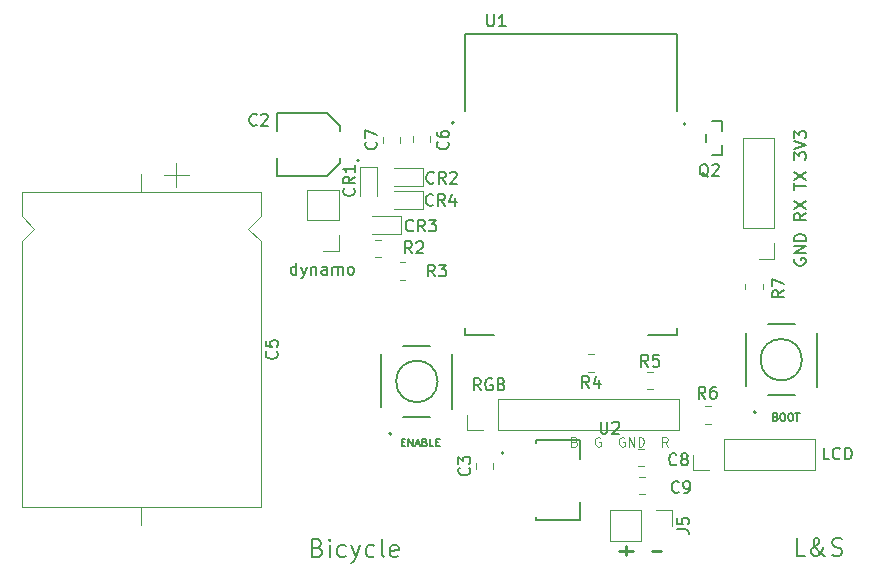
<source format=gto>
G04 #@! TF.GenerationSoftware,KiCad,Pcbnew,(6.0.4)*
G04 #@! TF.CreationDate,2022-04-15T12:37:11+02:00*
G04 #@! TF.ProjectId,standaard,7374616e-6461-4617-9264-2e6b69636164,rev?*
G04 #@! TF.SameCoordinates,Original*
G04 #@! TF.FileFunction,Legend,Top*
G04 #@! TF.FilePolarity,Positive*
%FSLAX46Y46*%
G04 Gerber Fmt 4.6, Leading zero omitted, Abs format (unit mm)*
G04 Created by KiCad (PCBNEW (6.0.4)) date 2022-04-15 12:37:11*
%MOMM*%
%LPD*%
G01*
G04 APERTURE LIST*
%ADD10C,0.200000*%
%ADD11C,0.150000*%
%ADD12C,0.100000*%
%ADD13C,0.250000*%
%ADD14C,0.120000*%
%ADD15C,0.127000*%
G04 APERTURE END LIST*
D10*
X196030428Y-66959371D02*
X195316142Y-66959371D01*
X195316142Y-65459371D01*
X197744714Y-66959371D02*
X197673285Y-66959371D01*
X197530428Y-66887942D01*
X197316142Y-66673657D01*
X196959000Y-66245085D01*
X196816142Y-66030800D01*
X196744714Y-65816514D01*
X196744714Y-65673657D01*
X196816142Y-65530800D01*
X196959000Y-65459371D01*
X197030428Y-65459371D01*
X197173285Y-65530800D01*
X197244714Y-65673657D01*
X197244714Y-65745085D01*
X197173285Y-65887942D01*
X197101857Y-65959371D01*
X196673285Y-66245085D01*
X196601857Y-66316514D01*
X196530428Y-66459371D01*
X196530428Y-66673657D01*
X196601857Y-66816514D01*
X196673285Y-66887942D01*
X196816142Y-66959371D01*
X197030428Y-66959371D01*
X197173285Y-66887942D01*
X197244714Y-66816514D01*
X197459000Y-66530800D01*
X197530428Y-66316514D01*
X197530428Y-66173657D01*
X198316142Y-66887942D02*
X198530428Y-66959371D01*
X198887571Y-66959371D01*
X199030428Y-66887942D01*
X199101857Y-66816514D01*
X199173285Y-66673657D01*
X199173285Y-66530800D01*
X199101857Y-66387942D01*
X199030428Y-66316514D01*
X198887571Y-66245085D01*
X198601857Y-66173657D01*
X198459000Y-66102228D01*
X198387571Y-66030800D01*
X198316142Y-65887942D01*
X198316142Y-65745085D01*
X198387571Y-65602228D01*
X198459000Y-65530800D01*
X198601857Y-65459371D01*
X198959000Y-65459371D01*
X199173285Y-65530800D01*
D11*
X195159000Y-41799847D02*
X195111380Y-41895085D01*
X195111380Y-42037942D01*
X195159000Y-42180800D01*
X195254238Y-42276038D01*
X195349476Y-42323657D01*
X195539952Y-42371276D01*
X195682809Y-42371276D01*
X195873285Y-42323657D01*
X195968523Y-42276038D01*
X196063761Y-42180800D01*
X196111380Y-42037942D01*
X196111380Y-41942704D01*
X196063761Y-41799847D01*
X196016142Y-41752228D01*
X195682809Y-41752228D01*
X195682809Y-41942704D01*
X196111380Y-41323657D02*
X195111380Y-41323657D01*
X196111380Y-40752228D01*
X195111380Y-40752228D01*
X196111380Y-40276038D02*
X195111380Y-40276038D01*
X195111380Y-40037942D01*
X195159000Y-39895085D01*
X195254238Y-39799847D01*
X195349476Y-39752228D01*
X195539952Y-39704609D01*
X195682809Y-39704609D01*
X195873285Y-39752228D01*
X195968523Y-39799847D01*
X196063761Y-39895085D01*
X196111380Y-40037942D01*
X196111380Y-40276038D01*
X196111380Y-37942704D02*
X195635190Y-38276038D01*
X196111380Y-38514133D02*
X195111380Y-38514133D01*
X195111380Y-38133180D01*
X195159000Y-38037942D01*
X195206619Y-37990323D01*
X195301857Y-37942704D01*
X195444714Y-37942704D01*
X195539952Y-37990323D01*
X195587571Y-38037942D01*
X195635190Y-38133180D01*
X195635190Y-38514133D01*
X195111380Y-37609371D02*
X196111380Y-36942704D01*
X195111380Y-36942704D02*
X196111380Y-37609371D01*
X195111380Y-35942704D02*
X195111380Y-35371276D01*
X196111380Y-35656990D02*
X195111380Y-35656990D01*
X195111380Y-35133180D02*
X196111380Y-34466514D01*
X195111380Y-34466514D02*
X196111380Y-35133180D01*
X195111380Y-33418895D02*
X195111380Y-32799847D01*
X195492333Y-33133180D01*
X195492333Y-32990323D01*
X195539952Y-32895085D01*
X195587571Y-32847466D01*
X195682809Y-32799847D01*
X195920904Y-32799847D01*
X196016142Y-32847466D01*
X196063761Y-32895085D01*
X196111380Y-32990323D01*
X196111380Y-33276038D01*
X196063761Y-33371276D01*
X196016142Y-33418895D01*
X195111380Y-32514133D02*
X196111380Y-32180800D01*
X195111380Y-31847466D01*
X195111380Y-31609371D02*
X195111380Y-30990323D01*
X195492333Y-31323657D01*
X195492333Y-31180800D01*
X195539952Y-31085561D01*
X195587571Y-31037942D01*
X195682809Y-30990323D01*
X195920904Y-30990323D01*
X196016142Y-31037942D01*
X196063761Y-31085561D01*
X196111380Y-31180800D01*
X196111380Y-31466514D01*
X196063761Y-31561752D01*
X196016142Y-31609371D01*
D12*
X176518523Y-57273657D02*
X176632809Y-57311752D01*
X176670904Y-57349847D01*
X176709000Y-57426038D01*
X176709000Y-57540323D01*
X176670904Y-57616514D01*
X176632809Y-57654609D01*
X176556619Y-57692704D01*
X176251857Y-57692704D01*
X176251857Y-56892704D01*
X176518523Y-56892704D01*
X176594714Y-56930800D01*
X176632809Y-56968895D01*
X176670904Y-57045085D01*
X176670904Y-57121276D01*
X176632809Y-57197466D01*
X176594714Y-57235561D01*
X176518523Y-57273657D01*
X176251857Y-57273657D01*
X178689952Y-56930800D02*
X178613761Y-56892704D01*
X178499476Y-56892704D01*
X178385190Y-56930800D01*
X178309000Y-57006990D01*
X178270904Y-57083180D01*
X178232809Y-57235561D01*
X178232809Y-57349847D01*
X178270904Y-57502228D01*
X178309000Y-57578419D01*
X178385190Y-57654609D01*
X178499476Y-57692704D01*
X178575666Y-57692704D01*
X178689952Y-57654609D01*
X178728047Y-57616514D01*
X178728047Y-57349847D01*
X178575666Y-57349847D01*
X180709000Y-56930800D02*
X180632809Y-56892704D01*
X180518523Y-56892704D01*
X180404238Y-56930800D01*
X180328047Y-57006990D01*
X180289952Y-57083180D01*
X180251857Y-57235561D01*
X180251857Y-57349847D01*
X180289952Y-57502228D01*
X180328047Y-57578419D01*
X180404238Y-57654609D01*
X180518523Y-57692704D01*
X180594714Y-57692704D01*
X180709000Y-57654609D01*
X180747095Y-57616514D01*
X180747095Y-57349847D01*
X180594714Y-57349847D01*
X181089952Y-57692704D02*
X181089952Y-56892704D01*
X181547095Y-57692704D01*
X181547095Y-56892704D01*
X181928047Y-57692704D02*
X181928047Y-56892704D01*
X182118523Y-56892704D01*
X182232809Y-56930800D01*
X182309000Y-57006990D01*
X182347095Y-57083180D01*
X182385190Y-57235561D01*
X182385190Y-57349847D01*
X182347095Y-57502228D01*
X182309000Y-57578419D01*
X182232809Y-57654609D01*
X182118523Y-57692704D01*
X181928047Y-57692704D01*
X184404238Y-57692704D02*
X184137571Y-57311752D01*
X183947095Y-57692704D02*
X183947095Y-56892704D01*
X184251857Y-56892704D01*
X184328047Y-56930800D01*
X184366142Y-56968895D01*
X184404238Y-57045085D01*
X184404238Y-57159371D01*
X184366142Y-57235561D01*
X184328047Y-57273657D01*
X184251857Y-57311752D01*
X183947095Y-57311752D01*
D13*
X180866142Y-66911752D02*
X180866142Y-66149847D01*
X181437571Y-66530800D02*
X180294714Y-66530800D01*
X183839952Y-66509371D02*
X183078047Y-66509371D01*
D11*
X152968523Y-43133180D02*
X152968523Y-42133180D01*
X152968523Y-43085561D02*
X152873285Y-43133180D01*
X152682809Y-43133180D01*
X152587571Y-43085561D01*
X152539952Y-43037942D01*
X152492333Y-42942704D01*
X152492333Y-42656990D01*
X152539952Y-42561752D01*
X152587571Y-42514133D01*
X152682809Y-42466514D01*
X152873285Y-42466514D01*
X152968523Y-42514133D01*
X153349476Y-42466514D02*
X153587571Y-43133180D01*
X153825666Y-42466514D02*
X153587571Y-43133180D01*
X153492333Y-43371276D01*
X153444714Y-43418895D01*
X153349476Y-43466514D01*
X154206619Y-42466514D02*
X154206619Y-43133180D01*
X154206619Y-42561752D02*
X154254238Y-42514133D01*
X154349476Y-42466514D01*
X154492333Y-42466514D01*
X154587571Y-42514133D01*
X154635190Y-42609371D01*
X154635190Y-43133180D01*
X155539952Y-43133180D02*
X155539952Y-42609371D01*
X155492333Y-42514133D01*
X155397095Y-42466514D01*
X155206619Y-42466514D01*
X155111380Y-42514133D01*
X155539952Y-43085561D02*
X155444714Y-43133180D01*
X155206619Y-43133180D01*
X155111380Y-43085561D01*
X155063761Y-42990323D01*
X155063761Y-42895085D01*
X155111380Y-42799847D01*
X155206619Y-42752228D01*
X155444714Y-42752228D01*
X155539952Y-42704609D01*
X156016142Y-43133180D02*
X156016142Y-42466514D01*
X156016142Y-42561752D02*
X156063761Y-42514133D01*
X156159000Y-42466514D01*
X156301857Y-42466514D01*
X156397095Y-42514133D01*
X156444714Y-42609371D01*
X156444714Y-43133180D01*
X156444714Y-42609371D02*
X156492333Y-42514133D01*
X156587571Y-42466514D01*
X156730428Y-42466514D01*
X156825666Y-42514133D01*
X156873285Y-42609371D01*
X156873285Y-43133180D01*
X157492333Y-43133180D02*
X157397095Y-43085561D01*
X157349476Y-43037942D01*
X157301857Y-42942704D01*
X157301857Y-42656990D01*
X157349476Y-42561752D01*
X157397095Y-42514133D01*
X157492333Y-42466514D01*
X157635190Y-42466514D01*
X157730428Y-42514133D01*
X157778047Y-42561752D01*
X157825666Y-42656990D01*
X157825666Y-42942704D01*
X157778047Y-43037942D01*
X157730428Y-43085561D01*
X157635190Y-43133180D01*
X157492333Y-43133180D01*
D10*
X154766142Y-66273657D02*
X154980428Y-66345085D01*
X155051857Y-66416514D01*
X155123285Y-66559371D01*
X155123285Y-66773657D01*
X155051857Y-66916514D01*
X154980428Y-66987942D01*
X154837571Y-67059371D01*
X154266142Y-67059371D01*
X154266142Y-65559371D01*
X154766142Y-65559371D01*
X154909000Y-65630800D01*
X154980428Y-65702228D01*
X155051857Y-65845085D01*
X155051857Y-65987942D01*
X154980428Y-66130800D01*
X154909000Y-66202228D01*
X154766142Y-66273657D01*
X154266142Y-66273657D01*
X155766142Y-67059371D02*
X155766142Y-66059371D01*
X155766142Y-65559371D02*
X155694714Y-65630800D01*
X155766142Y-65702228D01*
X155837571Y-65630800D01*
X155766142Y-65559371D01*
X155766142Y-65702228D01*
X157123285Y-66987942D02*
X156980428Y-67059371D01*
X156694714Y-67059371D01*
X156551857Y-66987942D01*
X156480428Y-66916514D01*
X156409000Y-66773657D01*
X156409000Y-66345085D01*
X156480428Y-66202228D01*
X156551857Y-66130800D01*
X156694714Y-66059371D01*
X156980428Y-66059371D01*
X157123285Y-66130800D01*
X157623285Y-66059371D02*
X157980428Y-67059371D01*
X158337571Y-66059371D02*
X157980428Y-67059371D01*
X157837571Y-67416514D01*
X157766142Y-67487942D01*
X157623285Y-67559371D01*
X159551857Y-66987942D02*
X159409000Y-67059371D01*
X159123285Y-67059371D01*
X158980428Y-66987942D01*
X158909000Y-66916514D01*
X158837571Y-66773657D01*
X158837571Y-66345085D01*
X158909000Y-66202228D01*
X158980428Y-66130800D01*
X159123285Y-66059371D01*
X159409000Y-66059371D01*
X159551857Y-66130800D01*
X160409000Y-67059371D02*
X160266142Y-66987942D01*
X160194714Y-66845085D01*
X160194714Y-65559371D01*
X161551857Y-66987942D02*
X161409000Y-67059371D01*
X161123285Y-67059371D01*
X160980428Y-66987942D01*
X160909000Y-66845085D01*
X160909000Y-66273657D01*
X160980428Y-66130800D01*
X161123285Y-66059371D01*
X161409000Y-66059371D01*
X161551857Y-66130800D01*
X161623285Y-66273657D01*
X161623285Y-66416514D01*
X160909000Y-66559371D01*
D11*
X185191380Y-64714133D02*
X185905666Y-64714133D01*
X186048523Y-64761752D01*
X186143761Y-64856990D01*
X186191380Y-64999847D01*
X186191380Y-65095085D01*
X185191380Y-63761752D02*
X185191380Y-64237942D01*
X185667571Y-64285561D01*
X185619952Y-64237942D01*
X185572333Y-64142704D01*
X185572333Y-63904609D01*
X185619952Y-63809371D01*
X185667571Y-63761752D01*
X185762809Y-63714133D01*
X186000904Y-63714133D01*
X186096142Y-63761752D01*
X186143761Y-63809371D01*
X186191380Y-63904609D01*
X186191380Y-64142704D01*
X186143761Y-64237942D01*
X186096142Y-64285561D01*
X151286142Y-49647466D02*
X151333761Y-49695085D01*
X151381380Y-49837942D01*
X151381380Y-49933180D01*
X151333761Y-50076038D01*
X151238523Y-50171276D01*
X151143285Y-50218895D01*
X150952809Y-50266514D01*
X150809952Y-50266514D01*
X150619476Y-50218895D01*
X150524238Y-50171276D01*
X150429000Y-50076038D01*
X150381380Y-49933180D01*
X150381380Y-49837942D01*
X150429000Y-49695085D01*
X150476619Y-49647466D01*
X150381380Y-48742704D02*
X150381380Y-49218895D01*
X150857571Y-49266514D01*
X150809952Y-49218895D01*
X150762333Y-49123657D01*
X150762333Y-48885561D01*
X150809952Y-48790323D01*
X150857571Y-48742704D01*
X150952809Y-48695085D01*
X151190904Y-48695085D01*
X151286142Y-48742704D01*
X151333761Y-48790323D01*
X151381380Y-48885561D01*
X151381380Y-49123657D01*
X151333761Y-49218895D01*
X151286142Y-49266514D01*
X168568523Y-52933180D02*
X168235190Y-52456990D01*
X167997095Y-52933180D02*
X167997095Y-51933180D01*
X168378047Y-51933180D01*
X168473285Y-51980800D01*
X168520904Y-52028419D01*
X168568523Y-52123657D01*
X168568523Y-52266514D01*
X168520904Y-52361752D01*
X168473285Y-52409371D01*
X168378047Y-52456990D01*
X167997095Y-52456990D01*
X169520904Y-51980800D02*
X169425666Y-51933180D01*
X169282809Y-51933180D01*
X169139952Y-51980800D01*
X169044714Y-52076038D01*
X168997095Y-52171276D01*
X168949476Y-52361752D01*
X168949476Y-52504609D01*
X168997095Y-52695085D01*
X169044714Y-52790323D01*
X169139952Y-52885561D01*
X169282809Y-52933180D01*
X169378047Y-52933180D01*
X169520904Y-52885561D01*
X169568523Y-52837942D01*
X169568523Y-52504609D01*
X169378047Y-52504609D01*
X170330428Y-52409371D02*
X170473285Y-52456990D01*
X170520904Y-52504609D01*
X170568523Y-52599847D01*
X170568523Y-52742704D01*
X170520904Y-52837942D01*
X170473285Y-52885561D01*
X170378047Y-52933180D01*
X169997095Y-52933180D01*
X169997095Y-51933180D01*
X170330428Y-51933180D01*
X170425666Y-51980800D01*
X170473285Y-52028419D01*
X170520904Y-52123657D01*
X170520904Y-52218895D01*
X170473285Y-52314133D01*
X170425666Y-52361752D01*
X170330428Y-52409371D01*
X169997095Y-52409371D01*
X185342333Y-61537942D02*
X185294714Y-61585561D01*
X185151857Y-61633180D01*
X185056619Y-61633180D01*
X184913761Y-61585561D01*
X184818523Y-61490323D01*
X184770904Y-61395085D01*
X184723285Y-61204609D01*
X184723285Y-61061752D01*
X184770904Y-60871276D01*
X184818523Y-60776038D01*
X184913761Y-60680800D01*
X185056619Y-60633180D01*
X185151857Y-60633180D01*
X185294714Y-60680800D01*
X185342333Y-60728419D01*
X185818523Y-61633180D02*
X186009000Y-61633180D01*
X186104238Y-61585561D01*
X186151857Y-61537942D01*
X186247095Y-61395085D01*
X186294714Y-61204609D01*
X186294714Y-60823657D01*
X186247095Y-60728419D01*
X186199476Y-60680800D01*
X186104238Y-60633180D01*
X185913761Y-60633180D01*
X185818523Y-60680800D01*
X185770904Y-60728419D01*
X185723285Y-60823657D01*
X185723285Y-61061752D01*
X185770904Y-61156990D01*
X185818523Y-61204609D01*
X185913761Y-61252228D01*
X186104238Y-61252228D01*
X186199476Y-61204609D01*
X186247095Y-61156990D01*
X186294714Y-61061752D01*
X185142333Y-59187942D02*
X185094714Y-59235561D01*
X184951857Y-59283180D01*
X184856619Y-59283180D01*
X184713761Y-59235561D01*
X184618523Y-59140323D01*
X184570904Y-59045085D01*
X184523285Y-58854609D01*
X184523285Y-58711752D01*
X184570904Y-58521276D01*
X184618523Y-58426038D01*
X184713761Y-58330800D01*
X184856619Y-58283180D01*
X184951857Y-58283180D01*
X185094714Y-58330800D01*
X185142333Y-58378419D01*
X185713761Y-58711752D02*
X185618523Y-58664133D01*
X185570904Y-58616514D01*
X185523285Y-58521276D01*
X185523285Y-58473657D01*
X185570904Y-58378419D01*
X185618523Y-58330800D01*
X185713761Y-58283180D01*
X185904238Y-58283180D01*
X185999476Y-58330800D01*
X186047095Y-58378419D01*
X186094714Y-58473657D01*
X186094714Y-58521276D01*
X186047095Y-58616514D01*
X185999476Y-58664133D01*
X185904238Y-58711752D01*
X185713761Y-58711752D01*
X185618523Y-58759371D01*
X185570904Y-58806990D01*
X185523285Y-58902228D01*
X185523285Y-59092704D01*
X185570904Y-59187942D01*
X185618523Y-59235561D01*
X185713761Y-59283180D01*
X185904238Y-59283180D01*
X185999476Y-59235561D01*
X186047095Y-59187942D01*
X186094714Y-59092704D01*
X186094714Y-58902228D01*
X186047095Y-58806990D01*
X185999476Y-58759371D01*
X185904238Y-58711752D01*
X187838761Y-34878419D02*
X187743523Y-34830800D01*
X187648285Y-34735561D01*
X187505428Y-34592704D01*
X187410190Y-34545085D01*
X187314952Y-34545085D01*
X187362571Y-34783180D02*
X187267333Y-34735561D01*
X187172095Y-34640323D01*
X187124476Y-34449847D01*
X187124476Y-34116514D01*
X187172095Y-33926038D01*
X187267333Y-33830800D01*
X187362571Y-33783180D01*
X187553047Y-33783180D01*
X187648285Y-33830800D01*
X187743523Y-33926038D01*
X187791142Y-34116514D01*
X187791142Y-34449847D01*
X187743523Y-34640323D01*
X187648285Y-34735561D01*
X187553047Y-34783180D01*
X187362571Y-34783180D01*
X188172095Y-33878419D02*
X188219714Y-33830800D01*
X188314952Y-33783180D01*
X188553047Y-33783180D01*
X188648285Y-33830800D01*
X188695904Y-33878419D01*
X188743523Y-33973657D01*
X188743523Y-34068895D01*
X188695904Y-34211752D01*
X188124476Y-34783180D01*
X188743523Y-34783180D01*
X178721541Y-55592104D02*
X178721541Y-56402864D01*
X178769232Y-56498248D01*
X178816924Y-56545940D01*
X178912308Y-56593632D01*
X179103075Y-56593632D01*
X179198459Y-56545940D01*
X179246150Y-56498248D01*
X179293842Y-56402864D01*
X179293842Y-55592104D01*
X179723069Y-55687487D02*
X179770760Y-55639796D01*
X179866144Y-55592104D01*
X180104603Y-55592104D01*
X180199987Y-55639796D01*
X180247678Y-55687487D01*
X180295370Y-55782871D01*
X180295370Y-55878255D01*
X180247678Y-56021330D01*
X179675377Y-56593632D01*
X180295370Y-56593632D01*
X198068523Y-58783180D02*
X197592333Y-58783180D01*
X197592333Y-57783180D01*
X198973285Y-58687942D02*
X198925666Y-58735561D01*
X198782809Y-58783180D01*
X198687571Y-58783180D01*
X198544714Y-58735561D01*
X198449476Y-58640323D01*
X198401857Y-58545085D01*
X198354238Y-58354609D01*
X198354238Y-58211752D01*
X198401857Y-58021276D01*
X198449476Y-57926038D01*
X198544714Y-57830800D01*
X198687571Y-57783180D01*
X198782809Y-57783180D01*
X198925666Y-57830800D01*
X198973285Y-57878419D01*
X199401857Y-58783180D02*
X199401857Y-57783180D01*
X199639952Y-57783180D01*
X199782809Y-57830800D01*
X199878047Y-57926038D01*
X199925666Y-58021276D01*
X199973285Y-58211752D01*
X199973285Y-58354609D01*
X199925666Y-58545085D01*
X199878047Y-58640323D01*
X199782809Y-58735561D01*
X199639952Y-58783180D01*
X199401857Y-58783180D01*
X169122095Y-21108180D02*
X169122095Y-21917704D01*
X169169714Y-22012942D01*
X169217333Y-22060561D01*
X169312571Y-22108180D01*
X169503047Y-22108180D01*
X169598285Y-22060561D01*
X169645904Y-22012942D01*
X169693523Y-21917704D01*
X169693523Y-21108180D01*
X170693523Y-22108180D02*
X170122095Y-22108180D01*
X170407809Y-22108180D02*
X170407809Y-21108180D01*
X170312571Y-21251038D01*
X170217333Y-21346276D01*
X170122095Y-21393895D01*
X157816142Y-35847466D02*
X157863761Y-35895085D01*
X157911380Y-36037942D01*
X157911380Y-36133180D01*
X157863761Y-36276038D01*
X157768523Y-36371276D01*
X157673285Y-36418895D01*
X157482809Y-36466514D01*
X157339952Y-36466514D01*
X157149476Y-36418895D01*
X157054238Y-36371276D01*
X156959000Y-36276038D01*
X156911380Y-36133180D01*
X156911380Y-36037942D01*
X156959000Y-35895085D01*
X157006619Y-35847466D01*
X157911380Y-34847466D02*
X157435190Y-35180800D01*
X157911380Y-35418895D02*
X156911380Y-35418895D01*
X156911380Y-35037942D01*
X156959000Y-34942704D01*
X157006619Y-34895085D01*
X157101857Y-34847466D01*
X157244714Y-34847466D01*
X157339952Y-34895085D01*
X157387571Y-34942704D01*
X157435190Y-35037942D01*
X157435190Y-35418895D01*
X157911380Y-33895085D02*
X157911380Y-34466514D01*
X157911380Y-34180800D02*
X156911380Y-34180800D01*
X157054238Y-34276038D01*
X157149476Y-34371276D01*
X157197095Y-34466514D01*
X187592333Y-53633180D02*
X187259000Y-53156990D01*
X187020904Y-53633180D02*
X187020904Y-52633180D01*
X187401857Y-52633180D01*
X187497095Y-52680800D01*
X187544714Y-52728419D01*
X187592333Y-52823657D01*
X187592333Y-52966514D01*
X187544714Y-53061752D01*
X187497095Y-53109371D01*
X187401857Y-53156990D01*
X187020904Y-53156990D01*
X188449476Y-52633180D02*
X188259000Y-52633180D01*
X188163761Y-52680800D01*
X188116142Y-52728419D01*
X188020904Y-52871276D01*
X187973285Y-53061752D01*
X187973285Y-53442704D01*
X188020904Y-53537942D01*
X188068523Y-53585561D01*
X188163761Y-53633180D01*
X188354238Y-53633180D01*
X188449476Y-53585561D01*
X188497095Y-53537942D01*
X188544714Y-53442704D01*
X188544714Y-53204609D01*
X188497095Y-53109371D01*
X188449476Y-53061752D01*
X188354238Y-53014133D01*
X188163761Y-53014133D01*
X188068523Y-53061752D01*
X188020904Y-53109371D01*
X187973285Y-53204609D01*
X164542333Y-37237942D02*
X164494714Y-37285561D01*
X164351857Y-37333180D01*
X164256619Y-37333180D01*
X164113761Y-37285561D01*
X164018523Y-37190323D01*
X163970904Y-37095085D01*
X163923285Y-36904609D01*
X163923285Y-36761752D01*
X163970904Y-36571276D01*
X164018523Y-36476038D01*
X164113761Y-36380800D01*
X164256619Y-36333180D01*
X164351857Y-36333180D01*
X164494714Y-36380800D01*
X164542333Y-36428419D01*
X165542333Y-37333180D02*
X165209000Y-36856990D01*
X164970904Y-37333180D02*
X164970904Y-36333180D01*
X165351857Y-36333180D01*
X165447095Y-36380800D01*
X165494714Y-36428419D01*
X165542333Y-36523657D01*
X165542333Y-36666514D01*
X165494714Y-36761752D01*
X165447095Y-36809371D01*
X165351857Y-36856990D01*
X164970904Y-36856990D01*
X166399476Y-36666514D02*
X166399476Y-37333180D01*
X166161380Y-36285561D02*
X165923285Y-36999847D01*
X166542333Y-36999847D01*
X167586142Y-59497466D02*
X167633761Y-59545085D01*
X167681380Y-59687942D01*
X167681380Y-59783180D01*
X167633761Y-59926038D01*
X167538523Y-60021276D01*
X167443285Y-60068895D01*
X167252809Y-60116514D01*
X167109952Y-60116514D01*
X166919476Y-60068895D01*
X166824238Y-60021276D01*
X166729000Y-59926038D01*
X166681380Y-59783180D01*
X166681380Y-59687942D01*
X166729000Y-59545085D01*
X166776619Y-59497466D01*
X166681380Y-59164133D02*
X166681380Y-58545085D01*
X167062333Y-58878419D01*
X167062333Y-58735561D01*
X167109952Y-58640323D01*
X167157571Y-58592704D01*
X167252809Y-58545085D01*
X167490904Y-58545085D01*
X167586142Y-58592704D01*
X167633761Y-58640323D01*
X167681380Y-58735561D01*
X167681380Y-59021276D01*
X167633761Y-59116514D01*
X167586142Y-59164133D01*
X159686142Y-31897466D02*
X159733761Y-31945085D01*
X159781380Y-32087942D01*
X159781380Y-32183180D01*
X159733761Y-32326038D01*
X159638523Y-32421276D01*
X159543285Y-32468895D01*
X159352809Y-32516514D01*
X159209952Y-32516514D01*
X159019476Y-32468895D01*
X158924238Y-32421276D01*
X158829000Y-32326038D01*
X158781380Y-32183180D01*
X158781380Y-32087942D01*
X158829000Y-31945085D01*
X158876619Y-31897466D01*
X158781380Y-31564133D02*
X158781380Y-30897466D01*
X159781380Y-31326038D01*
X194243180Y-44475266D02*
X193766990Y-44808600D01*
X194243180Y-45046695D02*
X193243180Y-45046695D01*
X193243180Y-44665742D01*
X193290800Y-44570504D01*
X193338419Y-44522885D01*
X193433657Y-44475266D01*
X193576514Y-44475266D01*
X193671752Y-44522885D01*
X193719371Y-44570504D01*
X193766990Y-44665742D01*
X193766990Y-45046695D01*
X193243180Y-44141933D02*
X193243180Y-43475266D01*
X194243180Y-43903838D01*
X182742333Y-50933180D02*
X182409000Y-50456990D01*
X182170904Y-50933180D02*
X182170904Y-49933180D01*
X182551857Y-49933180D01*
X182647095Y-49980800D01*
X182694714Y-50028419D01*
X182742333Y-50123657D01*
X182742333Y-50266514D01*
X182694714Y-50361752D01*
X182647095Y-50409371D01*
X182551857Y-50456990D01*
X182170904Y-50456990D01*
X183647095Y-49933180D02*
X183170904Y-49933180D01*
X183123285Y-50409371D01*
X183170904Y-50361752D01*
X183266142Y-50314133D01*
X183504238Y-50314133D01*
X183599476Y-50361752D01*
X183647095Y-50409371D01*
X183694714Y-50504609D01*
X183694714Y-50742704D01*
X183647095Y-50837942D01*
X183599476Y-50885561D01*
X183504238Y-50933180D01*
X183266142Y-50933180D01*
X183170904Y-50885561D01*
X183123285Y-50837942D01*
X164692333Y-43283180D02*
X164359000Y-42806990D01*
X164120904Y-43283180D02*
X164120904Y-42283180D01*
X164501857Y-42283180D01*
X164597095Y-42330800D01*
X164644714Y-42378419D01*
X164692333Y-42473657D01*
X164692333Y-42616514D01*
X164644714Y-42711752D01*
X164597095Y-42759371D01*
X164501857Y-42806990D01*
X164120904Y-42806990D01*
X165025666Y-42283180D02*
X165644714Y-42283180D01*
X165311380Y-42664133D01*
X165454238Y-42664133D01*
X165549476Y-42711752D01*
X165597095Y-42759371D01*
X165644714Y-42854609D01*
X165644714Y-43092704D01*
X165597095Y-43187942D01*
X165549476Y-43235561D01*
X165454238Y-43283180D01*
X165168523Y-43283180D01*
X165073285Y-43235561D01*
X165025666Y-43187942D01*
X162842333Y-39387942D02*
X162794714Y-39435561D01*
X162651857Y-39483180D01*
X162556619Y-39483180D01*
X162413761Y-39435561D01*
X162318523Y-39340323D01*
X162270904Y-39245085D01*
X162223285Y-39054609D01*
X162223285Y-38911752D01*
X162270904Y-38721276D01*
X162318523Y-38626038D01*
X162413761Y-38530800D01*
X162556619Y-38483180D01*
X162651857Y-38483180D01*
X162794714Y-38530800D01*
X162842333Y-38578419D01*
X163842333Y-39483180D02*
X163509000Y-39006990D01*
X163270904Y-39483180D02*
X163270904Y-38483180D01*
X163651857Y-38483180D01*
X163747095Y-38530800D01*
X163794714Y-38578419D01*
X163842333Y-38673657D01*
X163842333Y-38816514D01*
X163794714Y-38911752D01*
X163747095Y-38959371D01*
X163651857Y-39006990D01*
X163270904Y-39006990D01*
X164175666Y-38483180D02*
X164794714Y-38483180D01*
X164461380Y-38864133D01*
X164604238Y-38864133D01*
X164699476Y-38911752D01*
X164747095Y-38959371D01*
X164794714Y-39054609D01*
X164794714Y-39292704D01*
X164747095Y-39387942D01*
X164699476Y-39435561D01*
X164604238Y-39483180D01*
X164318523Y-39483180D01*
X164223285Y-39435561D01*
X164175666Y-39387942D01*
X177742333Y-52733180D02*
X177409000Y-52256990D01*
X177170904Y-52733180D02*
X177170904Y-51733180D01*
X177551857Y-51733180D01*
X177647095Y-51780800D01*
X177694714Y-51828419D01*
X177742333Y-51923657D01*
X177742333Y-52066514D01*
X177694714Y-52161752D01*
X177647095Y-52209371D01*
X177551857Y-52256990D01*
X177170904Y-52256990D01*
X178599476Y-52066514D02*
X178599476Y-52733180D01*
X178361380Y-51685561D02*
X178123285Y-52399847D01*
X178742333Y-52399847D01*
X162742333Y-41333180D02*
X162409000Y-40856990D01*
X162170904Y-41333180D02*
X162170904Y-40333180D01*
X162551857Y-40333180D01*
X162647095Y-40380800D01*
X162694714Y-40428419D01*
X162742333Y-40523657D01*
X162742333Y-40666514D01*
X162694714Y-40761752D01*
X162647095Y-40809371D01*
X162551857Y-40856990D01*
X162170904Y-40856990D01*
X163123285Y-40428419D02*
X163170904Y-40380800D01*
X163266142Y-40333180D01*
X163504238Y-40333180D01*
X163599476Y-40380800D01*
X163647095Y-40428419D01*
X163694714Y-40523657D01*
X163694714Y-40618895D01*
X163647095Y-40761752D01*
X163075666Y-41333180D01*
X163694714Y-41333180D01*
X164592333Y-35337942D02*
X164544714Y-35385561D01*
X164401857Y-35433180D01*
X164306619Y-35433180D01*
X164163761Y-35385561D01*
X164068523Y-35290323D01*
X164020904Y-35195085D01*
X163973285Y-35004609D01*
X163973285Y-34861752D01*
X164020904Y-34671276D01*
X164068523Y-34576038D01*
X164163761Y-34480800D01*
X164306619Y-34433180D01*
X164401857Y-34433180D01*
X164544714Y-34480800D01*
X164592333Y-34528419D01*
X165592333Y-35433180D02*
X165259000Y-34956990D01*
X165020904Y-35433180D02*
X165020904Y-34433180D01*
X165401857Y-34433180D01*
X165497095Y-34480800D01*
X165544714Y-34528419D01*
X165592333Y-34623657D01*
X165592333Y-34766514D01*
X165544714Y-34861752D01*
X165497095Y-34909371D01*
X165401857Y-34956990D01*
X165020904Y-34956990D01*
X165973285Y-34528419D02*
X166020904Y-34480800D01*
X166116142Y-34433180D01*
X166354238Y-34433180D01*
X166449476Y-34480800D01*
X166497095Y-34528419D01*
X166544714Y-34623657D01*
X166544714Y-34718895D01*
X166497095Y-34861752D01*
X165925666Y-35433180D01*
X166544714Y-35433180D01*
X165766142Y-31897466D02*
X165813761Y-31945085D01*
X165861380Y-32087942D01*
X165861380Y-32183180D01*
X165813761Y-32326038D01*
X165718523Y-32421276D01*
X165623285Y-32468895D01*
X165432809Y-32516514D01*
X165289952Y-32516514D01*
X165099476Y-32468895D01*
X165004238Y-32421276D01*
X164909000Y-32326038D01*
X164861380Y-32183180D01*
X164861380Y-32087942D01*
X164909000Y-31945085D01*
X164956619Y-31897466D01*
X164861380Y-31040323D02*
X164861380Y-31230800D01*
X164909000Y-31326038D01*
X164956619Y-31373657D01*
X165099476Y-31468895D01*
X165289952Y-31516514D01*
X165670904Y-31516514D01*
X165766142Y-31468895D01*
X165813761Y-31421276D01*
X165861380Y-31326038D01*
X165861380Y-31135561D01*
X165813761Y-31040323D01*
X165766142Y-30992704D01*
X165670904Y-30945085D01*
X165432809Y-30945085D01*
X165337571Y-30992704D01*
X165289952Y-31040323D01*
X165242333Y-31135561D01*
X165242333Y-31326038D01*
X165289952Y-31421276D01*
X165337571Y-31468895D01*
X165432809Y-31516514D01*
X149604833Y-30437942D02*
X149557214Y-30485561D01*
X149414357Y-30533180D01*
X149319119Y-30533180D01*
X149176261Y-30485561D01*
X149081023Y-30390323D01*
X149033404Y-30295085D01*
X148985785Y-30104609D01*
X148985785Y-29961752D01*
X149033404Y-29771276D01*
X149081023Y-29676038D01*
X149176261Y-29580800D01*
X149319119Y-29533180D01*
X149414357Y-29533180D01*
X149557214Y-29580800D01*
X149604833Y-29628419D01*
X149985785Y-29628419D02*
X150033404Y-29580800D01*
X150128642Y-29533180D01*
X150366738Y-29533180D01*
X150461976Y-29580800D01*
X150509595Y-29628419D01*
X150557214Y-29723657D01*
X150557214Y-29818895D01*
X150509595Y-29961752D01*
X149938166Y-30533180D01*
X150557214Y-30533180D01*
X193554046Y-55185802D02*
X193644041Y-55215800D01*
X193674039Y-55245799D01*
X193704038Y-55305795D01*
X193704038Y-55395791D01*
X193674039Y-55455787D01*
X193644041Y-55485786D01*
X193584044Y-55515784D01*
X193344057Y-55515784D01*
X193344057Y-54885818D01*
X193554046Y-54885818D01*
X193614042Y-54915817D01*
X193644041Y-54945815D01*
X193674039Y-55005812D01*
X193674039Y-55065808D01*
X193644041Y-55125805D01*
X193614042Y-55155804D01*
X193554046Y-55185802D01*
X193344057Y-55185802D01*
X194094017Y-54885818D02*
X194214010Y-54885818D01*
X194274007Y-54915817D01*
X194334004Y-54975813D01*
X194364002Y-55095807D01*
X194364002Y-55305795D01*
X194334004Y-55425789D01*
X194274007Y-55485786D01*
X194214010Y-55515784D01*
X194094017Y-55515784D01*
X194034020Y-55485786D01*
X193974023Y-55425789D01*
X193944025Y-55305795D01*
X193944025Y-55095807D01*
X193974023Y-54975813D01*
X194034020Y-54915817D01*
X194094017Y-54885818D01*
X194753981Y-54885818D02*
X194873974Y-54885818D01*
X194933971Y-54915817D01*
X194993968Y-54975813D01*
X195023966Y-55095807D01*
X195023966Y-55305795D01*
X194993968Y-55425789D01*
X194933971Y-55485786D01*
X194873974Y-55515784D01*
X194753981Y-55515784D01*
X194693984Y-55485786D01*
X194633987Y-55425789D01*
X194603989Y-55305795D01*
X194603989Y-55095807D01*
X194633987Y-54975813D01*
X194693984Y-54915817D01*
X194753981Y-54885818D01*
X195203957Y-54885818D02*
X195563937Y-54885818D01*
X195383947Y-55515784D02*
X195383947Y-54885818D01*
X161869085Y-57335802D02*
X162079074Y-57335802D01*
X162169069Y-57665784D02*
X161869085Y-57665784D01*
X161869085Y-57035818D01*
X162169069Y-57035818D01*
X162439055Y-57665784D02*
X162439055Y-57035818D01*
X162799035Y-57665784D01*
X162799035Y-57035818D01*
X163069021Y-57485794D02*
X163369004Y-57485794D01*
X163009024Y-57665784D02*
X163219012Y-57035818D01*
X163429001Y-57665784D01*
X163848978Y-57335802D02*
X163938974Y-57365800D01*
X163968972Y-57395799D01*
X163998970Y-57455795D01*
X163998970Y-57545791D01*
X163968972Y-57605787D01*
X163938974Y-57635786D01*
X163878977Y-57665784D01*
X163638990Y-57665784D01*
X163638990Y-57035818D01*
X163848978Y-57035818D01*
X163908975Y-57065817D01*
X163938974Y-57095815D01*
X163968972Y-57155812D01*
X163968972Y-57215808D01*
X163938974Y-57275805D01*
X163908975Y-57305804D01*
X163848978Y-57335802D01*
X163638990Y-57335802D01*
X164568940Y-57665784D02*
X164268956Y-57665784D01*
X164268956Y-57035818D01*
X164778928Y-57335802D02*
X164988917Y-57335802D01*
X165078912Y-57665784D02*
X164778928Y-57665784D01*
X164778928Y-57035818D01*
X165078912Y-57035818D01*
D14*
X182139000Y-65710800D02*
X179539000Y-65710800D01*
X184739000Y-63050800D02*
X184739000Y-64380800D01*
X182139000Y-63050800D02*
X182139000Y-65710800D01*
X182139000Y-63050800D02*
X179539000Y-63050800D01*
X179539000Y-63050800D02*
X179539000Y-65710800D01*
X183409000Y-63050800D02*
X184739000Y-63050800D01*
X156539000Y-39805800D02*
X156539000Y-41135800D01*
X156539000Y-35935800D02*
X153879000Y-35935800D01*
X156539000Y-38535800D02*
X156539000Y-35935800D01*
X156539000Y-38535800D02*
X153879000Y-38535800D01*
X156539000Y-41135800D02*
X155209000Y-41135800D01*
X153879000Y-38535800D02*
X153879000Y-35935800D01*
X149929000Y-40310800D02*
X149929000Y-62850800D01*
X149929000Y-36110800D02*
X129689000Y-36110800D01*
X148879000Y-39260800D02*
X149929000Y-40310800D01*
X129689000Y-40310800D02*
X129689000Y-62850800D01*
X142809000Y-33660800D02*
X142809000Y-35760800D01*
X143859000Y-34710800D02*
X141759000Y-34710800D01*
X139809000Y-34620800D02*
X139809000Y-36110800D01*
X139809000Y-64340800D02*
X139809000Y-62850800D01*
X130739000Y-39260800D02*
X129689000Y-40310800D01*
X149929000Y-36110800D02*
X149929000Y-38210800D01*
X129689000Y-38210800D02*
X130739000Y-39260800D01*
X149929000Y-62850800D02*
X129689000Y-62850800D01*
X129689000Y-36110800D02*
X129689000Y-38210800D01*
X149929000Y-38210800D02*
X148879000Y-39260800D01*
X170029000Y-56335800D02*
X170029000Y-53675800D01*
X170029000Y-56335800D02*
X185329000Y-56335800D01*
X167429000Y-56335800D02*
X167429000Y-55005800D01*
X185329000Y-56335800D02*
X185329000Y-53675800D01*
X168759000Y-56335800D02*
X167429000Y-56335800D01*
X170029000Y-53675800D02*
X185329000Y-53675800D01*
X181947748Y-61715800D02*
X182470252Y-61715800D01*
X181947748Y-60245800D02*
X182470252Y-60245800D01*
X182420252Y-59365800D02*
X181897748Y-59365800D01*
X182420252Y-57895800D02*
X181897748Y-57895800D01*
D15*
X188959000Y-30120800D02*
X188184000Y-30120800D01*
X188959000Y-30960800D02*
X188959000Y-30120800D01*
X188959000Y-32200800D02*
X188959000Y-33040800D01*
X188959000Y-33040800D02*
X188184000Y-33040800D01*
X187659000Y-31250800D02*
X187659000Y-31910800D01*
D10*
X185909000Y-30380800D02*
G75*
G03*
X185909000Y-30380800I-100000J0D01*
G01*
D15*
X176983000Y-58770800D02*
X176983000Y-57170800D01*
X176983000Y-63890800D02*
X176983000Y-62400800D01*
X173263000Y-63890800D02*
X176983000Y-63890800D01*
X173263000Y-57170800D02*
X176983000Y-57170800D01*
X173263000Y-57170800D02*
X173263000Y-57430800D01*
X173263000Y-63640800D02*
X173263000Y-63890800D01*
D10*
X170520000Y-58240800D02*
G75*
G03*
X170520000Y-58240800I-100000J0D01*
G01*
D14*
X189149000Y-59710800D02*
X196829000Y-59710800D01*
X186549000Y-59710800D02*
X186549000Y-58380800D01*
X189149000Y-59710800D02*
X189149000Y-57050800D01*
X196829000Y-59710800D02*
X196829000Y-57050800D01*
X187879000Y-59710800D02*
X186549000Y-59710800D01*
X189149000Y-57050800D02*
X196829000Y-57050800D01*
D15*
X185209000Y-22790800D02*
X185209000Y-29290800D01*
X167209000Y-22790800D02*
X185209000Y-22790800D01*
X167209000Y-29290800D02*
X167209000Y-22790800D01*
X185209000Y-48290800D02*
X185209000Y-47640800D01*
X182759000Y-48290800D02*
X185209000Y-48290800D01*
X167209000Y-48290800D02*
X169659000Y-48290800D01*
X167209000Y-47640800D02*
X167209000Y-48290800D01*
D10*
X166309000Y-30290800D02*
G75*
G03*
X166309000Y-30290800I-100000J0D01*
G01*
D14*
X158324000Y-34020800D02*
X158324000Y-36480800D01*
X159794000Y-34020800D02*
X158324000Y-34020800D01*
X159794000Y-36480800D02*
X159794000Y-34020800D01*
X188036064Y-54295800D02*
X187581936Y-54295800D01*
X188036064Y-55765800D02*
X187581936Y-55765800D01*
X161259000Y-37565800D02*
X163719000Y-37565800D01*
X163719000Y-37565800D02*
X163719000Y-36095800D01*
X163719000Y-36095800D02*
X161259000Y-36095800D01*
X168174000Y-59592052D02*
X168174000Y-59069548D01*
X169644000Y-59592052D02*
X169644000Y-59069548D01*
X160274000Y-31992052D02*
X160274000Y-31469548D01*
X161744000Y-31992052D02*
X161744000Y-31469548D01*
X190974000Y-43903736D02*
X190974000Y-44357864D01*
X192444000Y-43903736D02*
X192444000Y-44357864D01*
X183136064Y-52865800D02*
X182681936Y-52865800D01*
X183136064Y-51395800D02*
X182681936Y-51395800D01*
X161731936Y-42095800D02*
X162186064Y-42095800D01*
X161731936Y-43565800D02*
X162186064Y-43565800D01*
X159359000Y-39665800D02*
X161819000Y-39665800D01*
X161819000Y-39665800D02*
X161819000Y-38195800D01*
X161819000Y-38195800D02*
X159359000Y-38195800D01*
X178136064Y-51365800D02*
X177681936Y-51365800D01*
X178136064Y-49895800D02*
X177681936Y-49895800D01*
X159631936Y-40195800D02*
X160086064Y-40195800D01*
X159631936Y-41665800D02*
X160086064Y-41665800D01*
X161259000Y-35615800D02*
X163719000Y-35615800D01*
X163719000Y-35615800D02*
X163719000Y-34145800D01*
X163719000Y-34145800D02*
X161259000Y-34145800D01*
X162824000Y-31942052D02*
X162824000Y-31419548D01*
X164294000Y-31942052D02*
X164294000Y-31419548D01*
X190779000Y-39210800D02*
X190779000Y-31530800D01*
X193439000Y-40480800D02*
X193439000Y-41810800D01*
X193439000Y-31530800D02*
X190779000Y-31530800D01*
X193439000Y-39210800D02*
X190779000Y-39210800D01*
X193439000Y-41810800D02*
X192109000Y-41810800D01*
X193439000Y-39210800D02*
X193439000Y-31530800D01*
D15*
X151359000Y-29480800D02*
X151359000Y-31010800D01*
X156659000Y-30580800D02*
X155559000Y-29480800D01*
X156659000Y-31010800D02*
X156659000Y-30580800D01*
X155559000Y-29480800D02*
X151359000Y-29480800D01*
X156659000Y-33680800D02*
X156659000Y-33250800D01*
X151359000Y-33250800D02*
X151359000Y-34780800D01*
X151359000Y-34780800D02*
X155559000Y-34780800D01*
X155559000Y-34780800D02*
X156659000Y-33680800D01*
D10*
X158259000Y-33480800D02*
G75*
G03*
X158259000Y-33480800I-100000J0D01*
G01*
D15*
X191014000Y-52545800D02*
X191014000Y-48045800D01*
X192859000Y-53340800D02*
X195159000Y-53340800D01*
X197004000Y-48045800D02*
X197004000Y-52645800D01*
X192859000Y-47345800D02*
X195159000Y-47345800D01*
X195764000Y-50345800D02*
G75*
G03*
X195764000Y-50345800I-1755000J0D01*
G01*
D10*
X191859000Y-54790800D02*
G75*
G03*
X191859000Y-54790800I-100000J0D01*
G01*
D15*
X166154000Y-49880800D02*
X166154000Y-54480800D01*
X162009000Y-49180800D02*
X164309000Y-49180800D01*
X160164000Y-54380800D02*
X160164000Y-49880800D01*
X162009000Y-55175800D02*
X164309000Y-55175800D01*
D10*
X161009000Y-56625800D02*
G75*
G03*
X161009000Y-56625800I-100000J0D01*
G01*
D15*
X164914000Y-52180800D02*
G75*
G03*
X164914000Y-52180800I-1755000J0D01*
G01*
M02*

</source>
